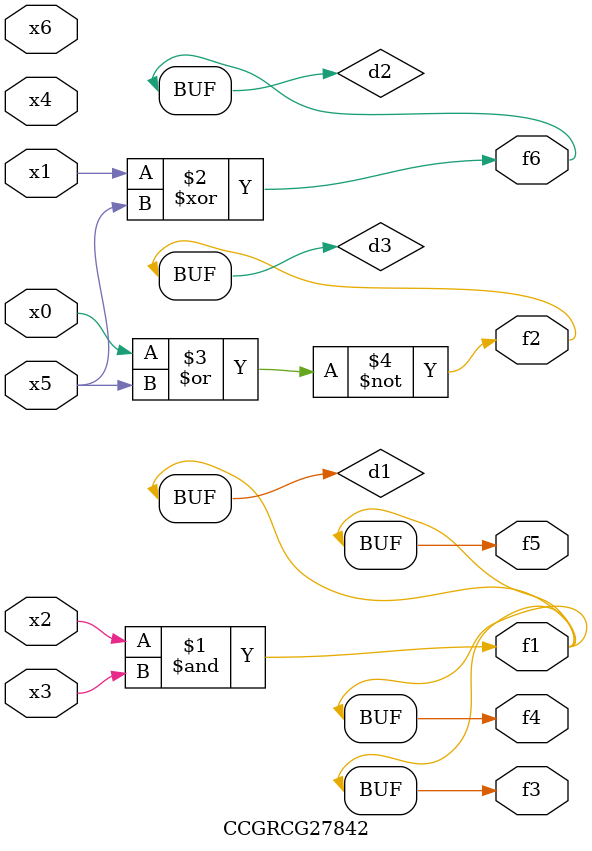
<source format=v>
module CCGRCG27842(
	input x0, x1, x2, x3, x4, x5, x6,
	output f1, f2, f3, f4, f5, f6
);

	wire d1, d2, d3;

	and (d1, x2, x3);
	xor (d2, x1, x5);
	nor (d3, x0, x5);
	assign f1 = d1;
	assign f2 = d3;
	assign f3 = d1;
	assign f4 = d1;
	assign f5 = d1;
	assign f6 = d2;
endmodule

</source>
